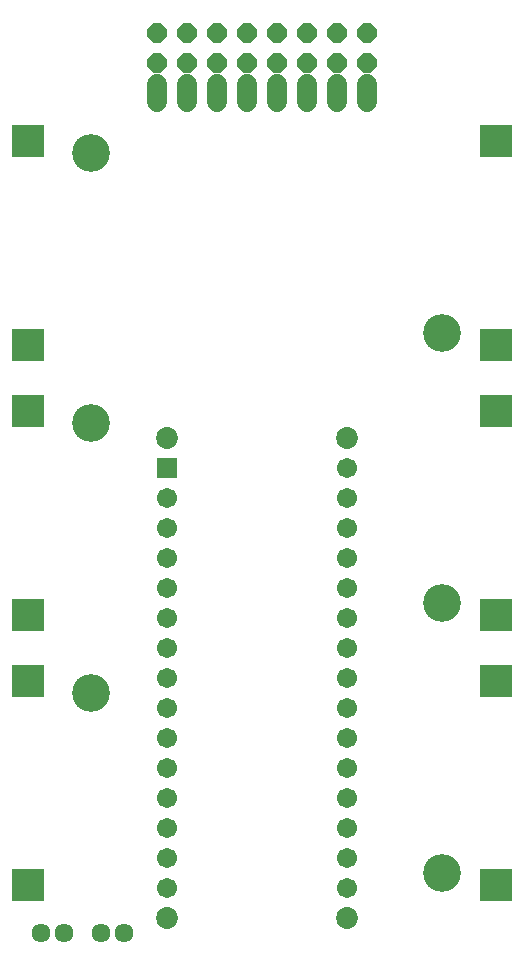
<source format=gbr>
G04 EAGLE Gerber X2 export*
%TF.Part,Single*%
%TF.FileFunction,Soldermask,Bot,1*%
%TF.FilePolarity,Negative*%
%TF.GenerationSoftware,Autodesk,EAGLE,9.0.1*%
%TF.CreationDate,2018-07-05T12:19:16Z*%
G75*
%MOMM*%
%FSLAX34Y34*%
%LPD*%
%AMOC8*
5,1,8,0,0,1.08239X$1,22.5*%
G01*
%ADD10C,1.727200*%
%ADD11R,2.703200X2.703200*%
%ADD12C,3.203200*%
%ADD13C,1.611200*%
%ADD14R,1.711200X1.711200*%
%ADD15C,1.711200*%
%ADD16C,1.854200*%
%ADD17P,1.759533X8X22.500000*%


D10*
X215900Y728980D02*
X215900Y744220D01*
X241300Y744220D02*
X241300Y728980D01*
X266700Y728980D02*
X266700Y744220D01*
X292100Y744220D02*
X292100Y728980D01*
X317500Y728980D02*
X317500Y744220D01*
X342900Y744220D02*
X342900Y728980D01*
X368300Y728980D02*
X368300Y744220D01*
X393700Y744220D02*
X393700Y728980D01*
D11*
X106680Y238760D03*
X106680Y66040D03*
X502920Y66040D03*
X502920Y238760D03*
D12*
X160020Y228600D03*
X457200Y76200D03*
D11*
X106680Y467360D03*
X106680Y294640D03*
X502920Y294640D03*
X502920Y467360D03*
D12*
X160020Y457200D03*
X457200Y304800D03*
D11*
X106680Y695960D03*
X106680Y523240D03*
X502920Y523240D03*
X502920Y695960D03*
D12*
X160020Y685800D03*
X457200Y533400D03*
D13*
X187800Y25400D03*
X167800Y25400D03*
X117000Y25400D03*
X137000Y25400D03*
D14*
X223780Y419100D03*
D15*
X223780Y393700D03*
X223780Y368300D03*
X223780Y342900D03*
X223780Y317500D03*
X223780Y292100D03*
X223780Y266700D03*
X223780Y241300D03*
X223780Y215900D03*
X223780Y190500D03*
X223780Y165100D03*
X223780Y139700D03*
X376180Y419100D03*
X376180Y393700D03*
X376180Y368300D03*
X376180Y342900D03*
X376180Y317500D03*
X376180Y292100D03*
X376180Y241300D03*
X376180Y215900D03*
X376180Y165100D03*
X376180Y139700D03*
X376180Y190500D03*
X376180Y266700D03*
X223780Y114300D03*
X223780Y88900D03*
X223780Y63500D03*
X376180Y114300D03*
X376180Y88900D03*
X376180Y63500D03*
D16*
X223780Y38100D03*
X376180Y38100D03*
X376180Y444500D03*
X223780Y444500D03*
D17*
X215900Y762000D03*
X215900Y787400D03*
X241300Y762000D03*
X241300Y787400D03*
X266700Y762000D03*
X266700Y787400D03*
X292100Y762000D03*
X292100Y787400D03*
X317500Y762000D03*
X317500Y787400D03*
X342900Y762000D03*
X342900Y787400D03*
X368300Y762000D03*
X368300Y787400D03*
X393700Y762000D03*
X393700Y787400D03*
M02*

</source>
